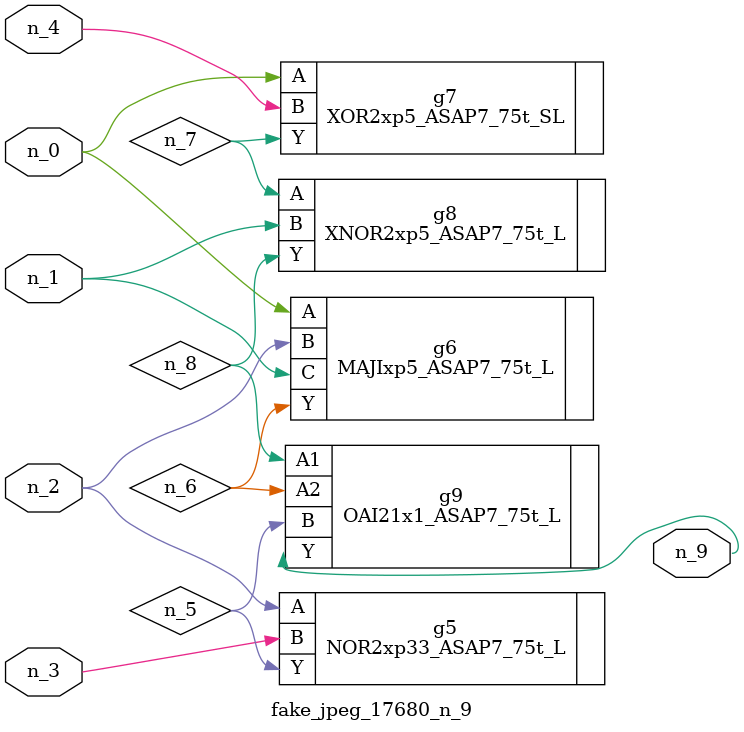
<source format=v>
module fake_jpeg_17680_n_9 (n_3, n_2, n_1, n_0, n_4, n_9);

input n_3;
input n_2;
input n_1;
input n_0;
input n_4;

output n_9;

wire n_8;
wire n_6;
wire n_5;
wire n_7;

NOR2xp33_ASAP7_75t_L g5 ( 
.A(n_2),
.B(n_3),
.Y(n_5)
);

MAJIxp5_ASAP7_75t_L g6 ( 
.A(n_0),
.B(n_2),
.C(n_1),
.Y(n_6)
);

XOR2xp5_ASAP7_75t_SL g7 ( 
.A(n_0),
.B(n_4),
.Y(n_7)
);

XNOR2xp5_ASAP7_75t_L g8 ( 
.A(n_7),
.B(n_1),
.Y(n_8)
);

OAI21x1_ASAP7_75t_L g9 ( 
.A1(n_8),
.A2(n_6),
.B(n_5),
.Y(n_9)
);


endmodule
</source>
